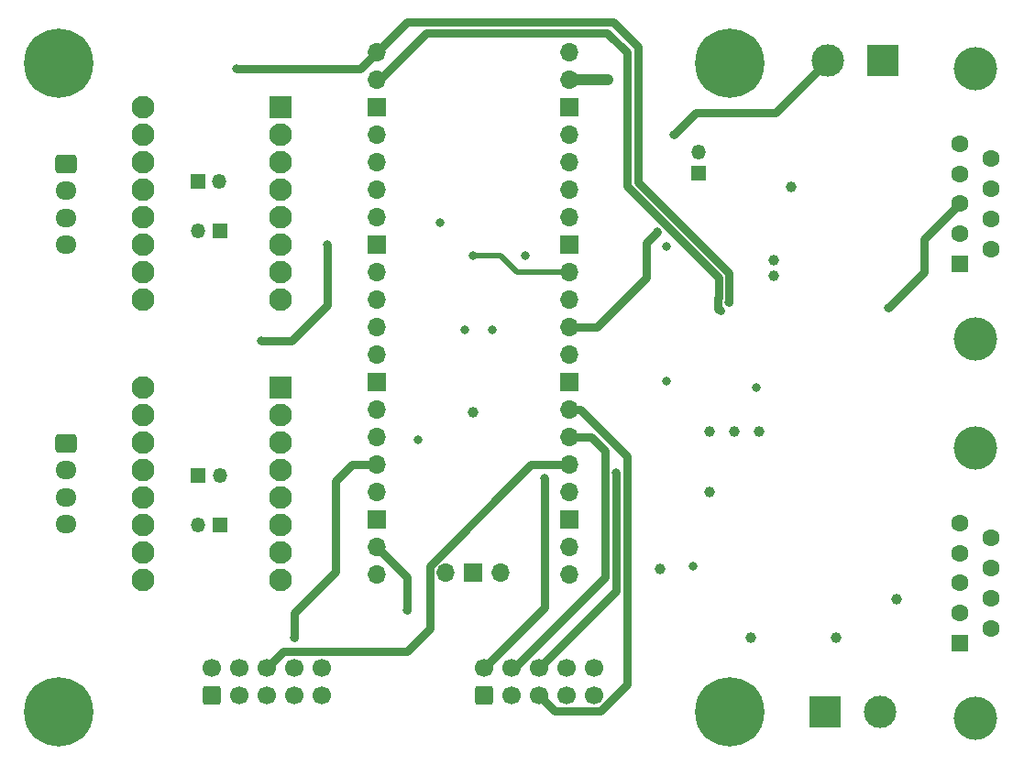
<source format=gbr>
%TF.GenerationSoftware,KiCad,Pcbnew,(7.0.0)*%
%TF.CreationDate,2023-03-02T23:12:08+13:00*%
%TF.ProjectId,pico_expansion_board,7069636f-5f65-4787-9061-6e73696f6e5f,rev?*%
%TF.SameCoordinates,Original*%
%TF.FileFunction,Copper,L4,Bot*%
%TF.FilePolarity,Positive*%
%FSLAX46Y46*%
G04 Gerber Fmt 4.6, Leading zero omitted, Abs format (unit mm)*
G04 Created by KiCad (PCBNEW (7.0.0)) date 2023-03-02 23:12:08*
%MOMM*%
%LPD*%
G01*
G04 APERTURE LIST*
G04 Aperture macros list*
%AMRoundRect*
0 Rectangle with rounded corners*
0 $1 Rounding radius*
0 $2 $3 $4 $5 $6 $7 $8 $9 X,Y pos of 4 corners*
0 Add a 4 corners polygon primitive as box body*
4,1,4,$2,$3,$4,$5,$6,$7,$8,$9,$2,$3,0*
0 Add four circle primitives for the rounded corners*
1,1,$1+$1,$2,$3*
1,1,$1+$1,$4,$5*
1,1,$1+$1,$6,$7*
1,1,$1+$1,$8,$9*
0 Add four rect primitives between the rounded corners*
20,1,$1+$1,$2,$3,$4,$5,0*
20,1,$1+$1,$4,$5,$6,$7,0*
20,1,$1+$1,$6,$7,$8,$9,0*
20,1,$1+$1,$8,$9,$2,$3,0*%
G04 Aperture macros list end*
%TA.AperFunction,ComponentPad*%
%ADD10R,1.350000X1.350000*%
%TD*%
%TA.AperFunction,ComponentPad*%
%ADD11O,1.350000X1.350000*%
%TD*%
%TA.AperFunction,ComponentPad*%
%ADD12R,3.000000X3.000000*%
%TD*%
%TA.AperFunction,ComponentPad*%
%ADD13C,3.000000*%
%TD*%
%TA.AperFunction,ComponentPad*%
%ADD14C,6.400000*%
%TD*%
%TA.AperFunction,ComponentPad*%
%ADD15RoundRect,0.250000X0.600000X-0.600000X0.600000X0.600000X-0.600000X0.600000X-0.600000X-0.600000X0*%
%TD*%
%TA.AperFunction,ComponentPad*%
%ADD16C,1.700000*%
%TD*%
%TA.AperFunction,ComponentPad*%
%ADD17O,1.700000X1.700000*%
%TD*%
%TA.AperFunction,ComponentPad*%
%ADD18R,1.700000X1.700000*%
%TD*%
%TA.AperFunction,ComponentPad*%
%ADD19RoundRect,0.250000X-0.725000X0.600000X-0.725000X-0.600000X0.725000X-0.600000X0.725000X0.600000X0*%
%TD*%
%TA.AperFunction,ComponentPad*%
%ADD20O,1.950000X1.700000*%
%TD*%
%TA.AperFunction,ComponentPad*%
%ADD21C,4.000000*%
%TD*%
%TA.AperFunction,ComponentPad*%
%ADD22R,1.600000X1.600000*%
%TD*%
%TA.AperFunction,ComponentPad*%
%ADD23C,1.600000*%
%TD*%
%TA.AperFunction,ComponentPad*%
%ADD24R,2.100000X2.100000*%
%TD*%
%TA.AperFunction,ComponentPad*%
%ADD25C,2.100000*%
%TD*%
%TA.AperFunction,ViaPad*%
%ADD26C,0.800000*%
%TD*%
%TA.AperFunction,ViaPad*%
%ADD27C,1.000000*%
%TD*%
%TA.AperFunction,Conductor*%
%ADD28C,0.508000*%
%TD*%
%TA.AperFunction,Conductor*%
%ADD29C,1.000000*%
%TD*%
%TA.AperFunction,Conductor*%
%ADD30C,0.762000*%
%TD*%
G04 APERTURE END LIST*
D10*
%TO.P,JP9,1,A*%
%TO.N,Net-(JP9-A)*%
X114553999Y-73405999D03*
D11*
%TO.P,JP9,2,B*%
%TO.N,Net-(J10-Pin_1)*%
X114553999Y-71405999D03*
%TD*%
D10*
%TO.P,JP4,1,A*%
%TO.N,Net-(J3-PDN)*%
X70341999Y-105907999D03*
D11*
%TO.P,JP4,2,B*%
%TO.N,MOTOR_UART*%
X68341999Y-105907999D03*
%TD*%
D10*
%TO.P,JP3,1,A*%
%TO.N,MOTOR_UART*%
X68357999Y-101345999D03*
D11*
%TO.P,JP3,2,B*%
%TO.N,Net-(J3-UART)*%
X70357999Y-101345999D03*
%TD*%
D10*
%TO.P,JP2,1,A*%
%TO.N,Net-(J2-PDN)*%
X70341999Y-78739999D03*
D11*
%TO.P,JP2,2,B*%
%TO.N,MOTOR_UART*%
X68341999Y-78739999D03*
%TD*%
D10*
%TO.P,JP1,1,A*%
%TO.N,MOTOR_UART*%
X68315999Y-74167999D03*
D11*
%TO.P,JP1,2,B*%
%TO.N,Net-(J2-UART)*%
X70315999Y-74167999D03*
%TD*%
D12*
%TO.P,J1,1,Pin_1*%
%TO.N,GND*%
X126237999Y-123189999D03*
D13*
%TO.P,J1,2,Pin_2*%
%TO.N,VCC*%
X131318000Y-123190000D03*
%TD*%
D14*
%TO.P,H2,1*%
%TO.N,N/C*%
X55512000Y-123190000D03*
%TD*%
%TO.P,H4,1*%
%TO.N,N/C*%
X117488000Y-63246000D03*
%TD*%
D15*
%TO.P,J8,1,Pin_1*%
%TO.N,unconnected-(J8-Pin_1-Pad1)*%
X94742000Y-121666000D03*
D16*
%TO.P,J8,2,Pin_2*%
%TO.N,BTN_ENC*%
X94742000Y-119126000D03*
%TO.P,J8,3,Pin_3*%
%TO.N,LCD_CS*%
X97282000Y-121666000D03*
%TO.P,J8,4,Pin_4*%
%TO.N,LCD_A0*%
X97282000Y-119126000D03*
%TO.P,J8,5,Pin_5*%
%TO.N,LCD_RST*%
X99822000Y-121666000D03*
%TO.P,J8,6,Pin_6*%
%TO.N,NEOPIXEL*%
X99822000Y-119126000D03*
%TO.P,J8,7,Pin_7*%
%TO.N,unconnected-(J8-Pin_7-Pad7)*%
X102362000Y-121666000D03*
%TO.P,J8,8,Pin_8*%
%TO.N,unconnected-(J8-Pin_8-Pad8)*%
X102362000Y-119126000D03*
%TO.P,J8,9,Pin_9*%
%TO.N,GND*%
X104902000Y-121666000D03*
%TO.P,J8,10,Pin_10*%
%TO.N,+5V*%
X104902000Y-119126000D03*
%TD*%
D12*
%TO.P,J10,1,Pin_1*%
%TO.N,Net-(J10-Pin_1)*%
X131571999Y-62991999D03*
D13*
%TO.P,J10,2,Pin_2*%
%TO.N,Net-(J10-Pin_2)*%
X126492000Y-62992000D03*
%TD*%
D17*
%TO.P,U3,43,SWDIO*%
%TO.N,unconnected-(U3-SWDIO-Pad43)*%
X96265999Y-110259999D03*
D18*
%TO.P,U3,42,GND*%
%TO.N,unconnected-(U3-GND-Pad42)*%
X93725999Y-110259999D03*
D17*
%TO.P,U3,41,SWCLK*%
%TO.N,unconnected-(U3-SWCLK-Pad41)*%
X91185999Y-110259999D03*
%TO.P,U3,40,VBUS*%
%TO.N,unconnected-(U3-VBUS-Pad40)*%
X102615999Y-62229999D03*
%TO.P,U3,39,VSYS*%
%TO.N,+5V*%
X102615999Y-64769999D03*
D18*
%TO.P,U3,38,GND*%
%TO.N,GND*%
X102615999Y-67309999D03*
D17*
%TO.P,U3,37,3V3_EN*%
%TO.N,unconnected-(U3-3V3_EN-Pad37)*%
X102615999Y-69849999D03*
%TO.P,U3,36,3V3*%
%TO.N,+3.3V*%
X102615999Y-72389999D03*
%TO.P,U3,35,ADC_VREF*%
%TO.N,unconnected-(U3-ADC_VREF-Pad35)*%
X102615999Y-74929999D03*
%TO.P,U3,34,GPIO28_ADC2*%
%TO.N,CAN_RX*%
X102615999Y-77469999D03*
D18*
%TO.P,U3,33,AGND*%
%TO.N,GND*%
X102615999Y-80009999D03*
D17*
%TO.P,U3,32,GPIO27_ADC1*%
%TO.N,CAN_TX*%
X102615999Y-82549999D03*
%TO.P,U3,31,GPIO26_ADC0*%
%TO.N,NEOPIXEL*%
X102615999Y-85089999D03*
%TO.P,U3,30,RUN*%
%TO.N,PICO_RESET_BTN*%
X102615999Y-87629999D03*
%TO.P,U3,29,GPIO22*%
%TO.N,BTN_ENC*%
X102615999Y-90169999D03*
D18*
%TO.P,U3,28,GND*%
%TO.N,GND*%
X102615999Y-92709999D03*
D17*
%TO.P,U3,27,GPIO21*%
%TO.N,LCD_RST*%
X102615999Y-95249999D03*
%TO.P,U3,26,GPIO20*%
%TO.N,LCD_A0*%
X102615999Y-97789999D03*
%TO.P,U3,25,GPIO19*%
%TO.N,LCD_MOSI*%
X102615999Y-100329999D03*
%TO.P,U3,24,GPIO18*%
%TO.N,LED_SCK*%
X102615999Y-102869999D03*
D18*
%TO.P,U3,23,GND*%
%TO.N,GND*%
X102615999Y-105409999D03*
D17*
%TO.P,U3,22,GPIO17*%
%TO.N,LCD_CS*%
X102615999Y-107949999D03*
%TO.P,U3,21,GPIO16*%
%TO.N,SPI0_MISO*%
X102615999Y-110489999D03*
%TO.P,U3,20,GPIO15*%
%TO.N,BTN_EN1*%
X84835999Y-110489999D03*
%TO.P,U3,19,GPIO14*%
%TO.N,BTN_EN2*%
X84835999Y-107949999D03*
D18*
%TO.P,U3,18,GND*%
%TO.N,GND*%
X84835999Y-105409999D03*
D17*
%TO.P,U3,17,GPIO13*%
%TO.N,Net-(U3-GPIO13)*%
X84835999Y-102869999D03*
%TO.P,U3,16,GPIO12*%
%TO.N,BTN_RST*%
X84835999Y-100329999D03*
%TO.P,U3,15,GPIO11*%
%TO.N,EEPROM_SCL*%
X84835999Y-97789999D03*
%TO.P,U3,14,GPIO10*%
%TO.N,EEPROM_SDA*%
X84835999Y-95249999D03*
D18*
%TO.P,U3,13,GND*%
%TO.N,GND*%
X84835999Y-92709999D03*
D17*
%TO.P,U3,12,GPIO9*%
%TO.N,M2_EN*%
X84835999Y-90169999D03*
%TO.P,U3,11,GPIO8*%
%TO.N,M2_STEP*%
X84835999Y-87629999D03*
%TO.P,U3,10,GPIO7*%
%TO.N,M2_DIR*%
X84835999Y-85089999D03*
%TO.P,U3,9,GPIO6*%
%TO.N,M1_EN*%
X84835999Y-82549999D03*
D18*
%TO.P,U3,8,GND*%
%TO.N,GND*%
X84835999Y-80009999D03*
D17*
%TO.P,U3,7,GPIO5*%
%TO.N,MOTOR_UART*%
X84835999Y-77469999D03*
%TO.P,U3,6,GPIO4*%
%TO.N,UART1_TX*%
X84835999Y-74929999D03*
%TO.P,U3,5,GPIO3*%
%TO.N,M1_STEP*%
X84835999Y-72389999D03*
%TO.P,U3,4,GPIO2*%
%TO.N,M1_DIR*%
X84835999Y-69849999D03*
D18*
%TO.P,U3,3,GND*%
%TO.N,GND*%
X84835999Y-67309999D03*
D17*
%TO.P,U3,2,GPIO1*%
%TO.N,SCALE_UART_TX*%
X84835999Y-64769999D03*
%TO.P,U3,1,GPIO0*%
%TO.N,SCALE_UART_RX*%
X84835999Y-62229999D03*
%TD*%
D19*
%TO.P,J4,1,Pin_1*%
%TO.N,Net-(J2-B2)*%
X56134000Y-72510000D03*
D20*
%TO.P,J4,2,Pin_2*%
%TO.N,Net-(J2-B1)*%
X56133999Y-75009999D03*
%TO.P,J4,3,Pin_3*%
%TO.N,Net-(J2-A1)*%
X56133999Y-77509999D03*
%TO.P,J4,4,Pin_4*%
%TO.N,Net-(J2-A2)*%
X56133999Y-80009999D03*
%TD*%
D19*
%TO.P,J5,1,Pin_1*%
%TO.N,Net-(J3-B2)*%
X56134000Y-98338000D03*
D20*
%TO.P,J5,2,Pin_2*%
%TO.N,Net-(J3-B1)*%
X56133999Y-100837999D03*
%TO.P,J5,3,Pin_3*%
%TO.N,Net-(J3-A1)*%
X56133999Y-103337999D03*
%TO.P,J5,4,Pin_4*%
%TO.N,Net-(J3-A2)*%
X56133999Y-105837999D03*
%TD*%
D14*
%TO.P,H1,1*%
%TO.N,N/C*%
X55512000Y-63246000D03*
%TD*%
D21*
%TO.P,J7,0,PAD*%
%TO.N,GND*%
X140139669Y-88710000D03*
X140139669Y-63710000D03*
D22*
%TO.P,J7,1,1*%
%TO.N,unconnected-(J7-Pad1)*%
X138719668Y-81749999D03*
D23*
%TO.P,J7,2,2*%
%TO.N,SCALE_TXD*%
X138719669Y-78980000D03*
%TO.P,J7,3,3*%
%TO.N,SCALE_RXD*%
X138719669Y-76210000D03*
%TO.P,J7,4,4*%
%TO.N,unconnected-(J7-Pad4)*%
X138719669Y-73440000D03*
%TO.P,J7,5,5*%
%TO.N,unconnected-(J7-Pad5)*%
X138719669Y-70670000D03*
%TO.P,J7,6,6*%
%TO.N,unconnected-(J7-Pad6)*%
X141559669Y-80365000D03*
%TO.P,J7,7,7*%
%TO.N,unconnected-(J7-Pad7)*%
X141559669Y-77595000D03*
%TO.P,J7,8,8*%
%TO.N,unconnected-(J7-Pad8)*%
X141559669Y-74825000D03*
%TO.P,J7,9,9*%
%TO.N,unconnected-(J7-Pad9)*%
X141559669Y-72055000D03*
%TD*%
D24*
%TO.P,J3,1,DIR*%
%TO.N,M2_DIR*%
X75945999Y-93217999D03*
D25*
%TO.P,J3,2,STEP*%
%TO.N,M2_STEP*%
X75946000Y-95758000D03*
%TO.P,J3,3,CLK*%
%TO.N,GND*%
X75946000Y-98298000D03*
%TO.P,J3,4,UART*%
%TO.N,Net-(J3-UART)*%
X75946000Y-100838000D03*
%TO.P,J3,5,PDN*%
%TO.N,Net-(J3-PDN)*%
X75946000Y-103378000D03*
%TO.P,J3,6,MS2*%
%TO.N,GND*%
X75946000Y-105918000D03*
%TO.P,J3,7,MS1*%
%TO.N,+5V*%
X75946000Y-108458000D03*
%TO.P,J3,8,EN*%
%TO.N,M2_EN*%
X75946000Y-110998000D03*
%TO.P,J3,9,VM*%
%TO.N,VCC*%
X63246000Y-110998000D03*
%TO.P,J3,10,GND*%
%TO.N,GND*%
X63246000Y-108458000D03*
%TO.P,J3,11,A2*%
%TO.N,Net-(J3-A2)*%
X63246000Y-105918000D03*
%TO.P,J3,12,A1*%
%TO.N,Net-(J3-A1)*%
X63246000Y-103378000D03*
%TO.P,J3,13,B1*%
%TO.N,Net-(J3-B1)*%
X63246000Y-100838000D03*
%TO.P,J3,14,B2*%
%TO.N,Net-(J3-B2)*%
X63246000Y-98298000D03*
%TO.P,J3,15,VDD*%
%TO.N,+5V*%
X63246000Y-95758000D03*
%TO.P,J3,16,GND*%
%TO.N,GND*%
X63246000Y-93218000D03*
%TD*%
D21*
%TO.P,J6,0,PAD*%
%TO.N,GND*%
X140139669Y-123762000D03*
X140139669Y-98762000D03*
D22*
%TO.P,J6,1,1*%
%TO.N,unconnected-(J6-Pad1)*%
X138719668Y-116801999D03*
D23*
%TO.P,J6,2,2*%
%TO.N,SCALE_RXD*%
X138719669Y-114032000D03*
%TO.P,J6,3,3*%
%TO.N,SCALE_TXD*%
X138719669Y-111262000D03*
%TO.P,J6,4,4*%
%TO.N,unconnected-(J6-Pad4)*%
X138719669Y-108492000D03*
%TO.P,J6,5,5*%
%TO.N,unconnected-(J6-Pad5)*%
X138719669Y-105722000D03*
%TO.P,J6,6,6*%
%TO.N,unconnected-(J6-Pad6)*%
X141559669Y-115417000D03*
%TO.P,J6,7,7*%
%TO.N,unconnected-(J6-Pad7)*%
X141559669Y-112647000D03*
%TO.P,J6,8,8*%
%TO.N,unconnected-(J6-Pad8)*%
X141559669Y-109877000D03*
%TO.P,J6,9,9*%
%TO.N,unconnected-(J6-Pad9)*%
X141559669Y-107107000D03*
%TD*%
D24*
%TO.P,J2,1,DIR*%
%TO.N,M1_DIR*%
X75945999Y-67241999D03*
D25*
%TO.P,J2,2,STEP*%
%TO.N,M1_STEP*%
X75946000Y-69782000D03*
%TO.P,J2,3,CLK*%
%TO.N,GND*%
X75946000Y-72322000D03*
%TO.P,J2,4,UART*%
%TO.N,Net-(J2-UART)*%
X75946000Y-74862000D03*
%TO.P,J2,5,PDN*%
%TO.N,Net-(J2-PDN)*%
X75946000Y-77402000D03*
%TO.P,J2,6,MS2*%
%TO.N,GND*%
X75946000Y-79942000D03*
%TO.P,J2,7,MS1*%
X75946000Y-82482000D03*
%TO.P,J2,8,EN*%
%TO.N,M1_EN*%
X75946000Y-85022000D03*
%TO.P,J2,9,VM*%
%TO.N,VCC*%
X63246000Y-85022000D03*
%TO.P,J2,10,GND*%
%TO.N,GND*%
X63246000Y-82482000D03*
%TO.P,J2,11,A2*%
%TO.N,Net-(J2-A2)*%
X63246000Y-79942000D03*
%TO.P,J2,12,A1*%
%TO.N,Net-(J2-A1)*%
X63246000Y-77402000D03*
%TO.P,J2,13,B1*%
%TO.N,Net-(J2-B1)*%
X63246000Y-74862000D03*
%TO.P,J2,14,B2*%
%TO.N,Net-(J2-B2)*%
X63246000Y-72322000D03*
%TO.P,J2,15,VDD*%
%TO.N,+5V*%
X63246000Y-69782000D03*
%TO.P,J2,16,GND*%
%TO.N,GND*%
X63246000Y-67242000D03*
%TD*%
D14*
%TO.P,H3,1*%
%TO.N,N/C*%
X117488000Y-123190000D03*
%TD*%
D15*
%TO.P,J9,1,Pin_1*%
%TO.N,unconnected-(J9-Pin_1-Pad1)*%
X69596000Y-121666000D03*
D16*
%TO.P,J9,2,Pin_2*%
%TO.N,LED_SCK*%
X69596000Y-119126000D03*
%TO.P,J9,3,Pin_3*%
%TO.N,BTN_EN1*%
X72136000Y-121666000D03*
%TO.P,J9,4,Pin_4*%
%TO.N,unconnected-(J9-Pin_4-Pad4)*%
X72136000Y-119126000D03*
%TO.P,J9,5,Pin_5*%
%TO.N,BTN_EN2*%
X74676000Y-121666000D03*
%TO.P,J9,6,Pin_6*%
%TO.N,LCD_MOSI*%
X74676000Y-119126000D03*
%TO.P,J9,7,Pin_7*%
%TO.N,unconnected-(J9-Pin_7-Pad7)*%
X77216000Y-121666000D03*
%TO.P,J9,8,Pin_8*%
%TO.N,BTN_RST*%
X77216000Y-119126000D03*
%TO.P,J9,9,Pin_9*%
%TO.N,GND*%
X79756000Y-121666000D03*
%TO.P,J9,10,Pin_10*%
%TO.N,+5V*%
X79756000Y-119126000D03*
%TD*%
D26*
%TO.N,GND*%
X119888000Y-93218000D03*
D27*
%TO.N,+5V*%
X120142000Y-97282000D03*
X117856000Y-97282000D03*
X115570000Y-97282000D03*
%TO.N,GND*%
X115570000Y-102870000D03*
D26*
X114046000Y-109728000D03*
D27*
X93726000Y-95504000D03*
D26*
%TO.N,+5V*%
X88646000Y-98044000D03*
%TO.N,GND*%
X90678000Y-77978000D03*
%TO.N,CAN_TX*%
X93726000Y-81026000D03*
%TO.N,+5V*%
X95504000Y-87884000D03*
%TO.N,GND*%
X92964000Y-87884000D03*
X98552000Y-81026000D03*
D27*
%TO.N,+5V*%
X106172000Y-64770000D03*
D26*
%TO.N,BTN_EN2*%
X87630000Y-113792000D03*
%TO.N,SCALE_UART_TX*%
X116586000Y-86106000D03*
%TO.N,SCALE_UART_RX*%
X117370619Y-85321381D03*
X71882000Y-63754000D03*
%TO.N,PICO_RESET_BTN*%
X110761750Y-78757750D03*
%TO.N,BTN_ENC*%
X100330000Y-101600000D03*
%TO.N,NEOPIXEL*%
X106934000Y-101092000D03*
%TO.N,BTN_RST*%
X77216000Y-116332000D03*
%TO.N,GND*%
X111571000Y-92583000D03*
D27*
X119380000Y-116332000D03*
X127254000Y-116332000D03*
X121543000Y-82865000D03*
X123154000Y-74640000D03*
D26*
%TO.N,+5V*%
X111571000Y-80137000D03*
D27*
X121477000Y-81407000D03*
X110998000Y-109982000D03*
%TO.N,VCC*%
X132842000Y-112776000D03*
D26*
%TO.N,MOTOR_UART*%
X74168000Y-88900000D03*
X80264000Y-80010000D03*
%TO.N,SCALE_RXD*%
X132080000Y-85852000D03*
%TO.N,Net-(J10-Pin_2)*%
X112268000Y-69850000D03*
%TD*%
D28*
%TO.N,CAN_TX*%
X96266000Y-81026000D02*
X97790000Y-82550000D01*
X97790000Y-82550000D02*
X102616000Y-82550000D01*
X93726000Y-81026000D02*
X96266000Y-81026000D01*
D29*
%TO.N,+5V*%
X102616000Y-64770000D02*
X106172000Y-64770000D01*
D30*
%TO.N,LCD_MOSI*%
X89755000Y-109667260D02*
X99092260Y-100330000D01*
X87630000Y-117602000D02*
X89755000Y-115477000D01*
X99092260Y-100330000D02*
X102616000Y-100330000D01*
%TO.N,BTN_RST*%
X82550000Y-100330000D02*
X84836000Y-100330000D01*
X77216000Y-114046000D02*
X81026000Y-110236000D01*
%TO.N,LCD_RST*%
X103632000Y-95250000D02*
X102616000Y-95250000D01*
%TO.N,LCD_MOSI*%
X76200000Y-117602000D02*
X87630000Y-117602000D01*
%TO.N,LCD_RST*%
X105494740Y-123097000D02*
X107950000Y-120641740D01*
%TO.N,BTN_EN2*%
X87630000Y-113792000D02*
X87630000Y-110744000D01*
%TO.N,LCD_A0*%
X105918000Y-110744000D02*
X105918000Y-99060000D01*
%TO.N,BTN_RST*%
X81026000Y-101854000D02*
X82550000Y-100330000D01*
%TO.N,LCD_A0*%
X105918000Y-99060000D02*
X104648000Y-97790000D01*
%TO.N,NEOPIXEL*%
X99822000Y-119126000D02*
X106934000Y-112014000D01*
%TO.N,LCD_A0*%
X97282000Y-119126000D02*
X97536000Y-119126000D01*
%TO.N,NEOPIXEL*%
X106934000Y-112014000D02*
X106934000Y-101092000D01*
%TO.N,LCD_RST*%
X101253000Y-123097000D02*
X105494740Y-123097000D01*
%TO.N,BTN_ENC*%
X100330000Y-113538000D02*
X100330000Y-104140000D01*
%TO.N,LCD_MOSI*%
X74676000Y-119126000D02*
X76200000Y-117602000D01*
%TO.N,LCD_RST*%
X107950000Y-99568000D02*
X103632000Y-95250000D01*
X107950000Y-120641740D02*
X107950000Y-99568000D01*
%TO.N,BTN_ENC*%
X94742000Y-119126000D02*
X100330000Y-113538000D01*
%TO.N,BTN_EN2*%
X87630000Y-110744000D02*
X84836000Y-107950000D01*
%TO.N,LCD_RST*%
X99822000Y-121666000D02*
X101253000Y-123097000D01*
%TO.N,LCD_A0*%
X104648000Y-97790000D02*
X102616000Y-97790000D01*
%TO.N,LCD_MOSI*%
X89755000Y-115477000D02*
X89755000Y-109667260D01*
%TO.N,BTN_RST*%
X77216000Y-116332000D02*
X77216000Y-114046000D01*
X81026000Y-110236000D02*
X81026000Y-101854000D01*
%TO.N,LCD_A0*%
X97536000Y-119126000D02*
X105918000Y-110744000D01*
%TO.N,BTN_ENC*%
X100330000Y-104140000D02*
X100330000Y-101600000D01*
%TO.N,SCALE_UART_RX*%
X83312000Y-63754000D02*
X84836000Y-62230000D01*
%TO.N,PICO_RESET_BTN*%
X105156000Y-87630000D02*
X102616000Y-87630000D01*
%TO.N,SCALE_UART_TX*%
X116389619Y-84915037D02*
X116408619Y-84896037D01*
X106118000Y-60398000D02*
X89462000Y-60398000D01*
X85090000Y-64770000D02*
X84836000Y-64770000D01*
%TO.N,SCALE_UART_RX*%
X108966000Y-61722000D02*
X106680000Y-59436000D01*
X117370619Y-82618801D02*
X108966000Y-74214182D01*
%TO.N,SCALE_UART_TX*%
X116586000Y-86106000D02*
X116389619Y-85909619D01*
%TO.N,SCALE_UART_RX*%
X106680000Y-59436000D02*
X87630000Y-59436000D01*
%TO.N,SCALE_UART_TX*%
X116389619Y-85909619D02*
X116389619Y-84915037D01*
X107950000Y-62230000D02*
X106118000Y-60398000D01*
%TO.N,SCALE_UART_RX*%
X117370619Y-85321381D02*
X117370619Y-82618801D01*
%TO.N,SCALE_UART_TX*%
X89462000Y-60398000D02*
X85090000Y-64770000D01*
X107950000Y-74558656D02*
X107950000Y-62230000D01*
%TO.N,SCALE_UART_RX*%
X71882000Y-63754000D02*
X83312000Y-63754000D01*
X87630000Y-59436000D02*
X84836000Y-62230000D01*
%TO.N,SCALE_UART_TX*%
X116408619Y-84896037D02*
X116408619Y-83017275D01*
X116408619Y-83017275D02*
X107950000Y-74558656D01*
%TO.N,SCALE_UART_RX*%
X108966000Y-74214182D02*
X108966000Y-61722000D01*
%TO.N,PICO_RESET_BTN*%
X110761750Y-78757750D02*
X109728000Y-79791500D01*
X109728000Y-83058000D02*
X105156000Y-87630000D01*
X109728000Y-79791500D02*
X109728000Y-83058000D01*
%TO.N,SCALE_RXD*%
X135382000Y-79502000D02*
X138674000Y-76210000D01*
X138674000Y-76210000D02*
X138719669Y-76210000D01*
X135382000Y-82550000D02*
X135382000Y-79502000D01*
X132080000Y-85852000D02*
X135382000Y-82550000D01*
%TO.N,MOTOR_UART*%
X80264000Y-80010000D02*
X80264000Y-85598000D01*
X80264000Y-85598000D02*
X76962000Y-88900000D01*
X76962000Y-88900000D02*
X74168000Y-88900000D01*
%TO.N,Net-(J10-Pin_2)*%
X114300000Y-67818000D02*
X121666000Y-67818000D01*
X112268000Y-69850000D02*
X114300000Y-67818000D01*
X121666000Y-67818000D02*
X126492000Y-62992000D01*
%TD*%
M02*

</source>
